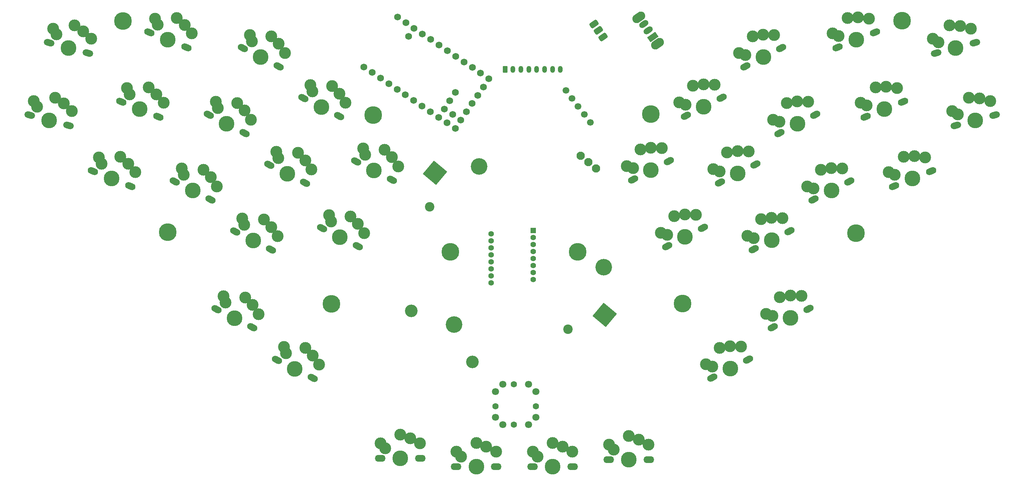
<source format=gbr>
%TF.GenerationSoftware,KiCad,Pcbnew,(6.0.4)*%
%TF.CreationDate,2022-12-18T06:26:38+01:00*%
%TF.ProjectId,BatreeqV2,42617472-6565-4715-9632-2e6b69636164,rev?*%
%TF.SameCoordinates,Original*%
%TF.FileFunction,Soldermask,Top*%
%TF.FilePolarity,Negative*%
%FSLAX46Y46*%
G04 Gerber Fmt 4.6, Leading zero omitted, Abs format (unit mm)*
G04 Created by KiCad (PCBNEW (6.0.4)) date 2022-12-18 06:26:38*
%MOMM*%
%LPD*%
G01*
G04 APERTURE LIST*
G04 Aperture macros list*
%AMRoundRect*
0 Rectangle with rounded corners*
0 $1 Rounding radius*
0 $2 $3 $4 $5 $6 $7 $8 $9 X,Y pos of 4 corners*
0 Add a 4 corners polygon primitive as box body*
4,1,4,$2,$3,$4,$5,$6,$7,$8,$9,$2,$3,0*
0 Add four circle primitives for the rounded corners*
1,1,$1+$1,$2,$3*
1,1,$1+$1,$4,$5*
1,1,$1+$1,$6,$7*
1,1,$1+$1,$8,$9*
0 Add four rect primitives between the rounded corners*
20,1,$1+$1,$2,$3,$4,$5,0*
20,1,$1+$1,$4,$5,$6,$7,0*
20,1,$1+$1,$6,$7,$8,$9,0*
20,1,$1+$1,$8,$9,$2,$3,0*%
%AMHorizOval*
0 Thick line with rounded ends*
0 $1 width*
0 $2 $3 position (X,Y) of the first rounded end (center of the circle)*
0 $4 $5 position (X,Y) of the second rounded end (center of the circle)*
0 Add line between two ends*
20,1,$1,$2,$3,$4,$5,0*
0 Add two circle primitives to create the rounded ends*
1,1,$1,$2,$3*
1,1,$1,$4,$5*%
%AMRotRect*
0 Rectangle, with rotation*
0 The origin of the aperture is its center*
0 $1 length*
0 $2 width*
0 $3 Rotation angle, in degrees counterclockwise*
0 Add horizontal line*
21,1,$1,$2,0,0,$3*%
G04 Aperture macros list end*
%ADD10C,1.752600*%
%ADD11C,3.000000*%
%ADD12HorizOval,1.701800X0.482963X-0.129410X-0.482963X0.129410X0*%
%ADD13C,3.987800*%
%ADD14HorizOval,1.701800X0.445503X0.226995X-0.445503X-0.226995X0*%
%ADD15C,4.500000*%
%ADD16HorizOval,1.701800X0.482963X0.129410X-0.482963X-0.129410X0*%
%ADD17RoundRect,0.375000X0.829455X0.123000X0.399273X0.737364X-0.829455X-0.123000X-0.399273X-0.737364X0*%
%ADD18HorizOval,1.701800X0.445503X-0.226995X-0.445503X0.226995X0*%
%ADD19O,2.701800X1.701800*%
%ADD20HorizOval,1.701800X0.463592X0.187303X-0.463592X-0.187303X0*%
%ADD21C,3.200000*%
%ADD22C,4.200000*%
%ADD23C,2.400000*%
%ADD24C,2.100000*%
%ADD25RotRect,4.400000X4.400000X140.000000*%
%ADD26HorizOval,1.701800X0.463592X-0.187303X-0.463592X0.187303X0*%
%ADD27C,1.600000*%
%ADD28C,1.800000*%
%ADD29C,1.700000*%
%ADD30HorizOval,1.700000X0.000000X0.000000X0.000000X0.000000X0*%
%ADD31HorizOval,2.200000X0.532449X0.372825X-0.532449X-0.372825X0*%
%ADD32RotRect,1.500000X2.500000X125.000000*%
%ADD33HorizOval,1.500000X0.409576X0.286788X-0.409576X-0.286788X0*%
%ADD34R,1.400000X1.400000*%
%ADD35C,1.400000*%
%ADD36RoundRect,0.250000X-0.350000X-0.625000X0.350000X-0.625000X0.350000X0.625000X-0.350000X0.625000X0*%
%ADD37O,1.200000X1.750000*%
G04 APERTURE END LIST*
D10*
%TO.C,U1*%
X112519960Y-51428247D03*
X114625716Y-52848597D03*
X116731471Y-54268947D03*
X118837226Y-55689297D03*
X120942982Y-57109647D03*
X123048737Y-58529997D03*
X125154493Y-59950347D03*
X127260248Y-61370697D03*
X129366004Y-62791047D03*
X131471759Y-64211397D03*
X133577515Y-65631747D03*
X135694454Y-67035516D03*
X144205370Y-54417565D03*
X142099614Y-52997215D03*
X139993859Y-51576865D03*
X137888104Y-50156515D03*
X135782348Y-48736165D03*
X133676593Y-47315815D03*
X131570837Y-45895465D03*
X129465082Y-44475115D03*
X127359326Y-43054765D03*
X125253571Y-41634415D03*
X123147815Y-40214065D03*
X121042060Y-38793715D03*
X137103620Y-64946342D03*
X132880925Y-62122223D03*
X138523970Y-62840586D03*
X134301275Y-60016467D03*
X139944320Y-60734831D03*
X135721625Y-57910712D03*
X141364670Y-58629075D03*
X142785020Y-56523320D03*
X134997865Y-63525992D03*
X123855589Y-43707009D03*
%TD*%
D11*
%TO.C,SW7*%
X38532015Y-62655336D03*
D12*
X37638717Y-66298264D03*
D11*
X34274973Y-59233633D03*
D13*
X32735000Y-64980892D03*
D12*
X27825936Y-63664836D03*
D11*
X28875942Y-60064576D03*
X29709037Y-61543911D03*
X36500066Y-60733960D03*
%TD*%
%TO.C,SW26*%
X217940329Y-109855355D03*
D14*
X225167238Y-112854614D03*
D11*
X214484076Y-114085522D03*
X216093054Y-114627433D03*
D14*
X216112814Y-117463628D03*
D13*
X220641572Y-115156844D03*
D11*
X220597810Y-109481437D03*
X223393493Y-109549659D03*
%TD*%
D15*
%TO.C,H10*%
X166734908Y-98343640D03*
%TD*%
D11*
%TO.C,SW34*%
X263630792Y-41065710D03*
X266351199Y-41713697D03*
X256693414Y-44298069D03*
D13*
X262493615Y-46626194D03*
D16*
X267399044Y-45315213D03*
D11*
X260953641Y-40878936D03*
D16*
X257584213Y-47940989D03*
D11*
X258154563Y-45162663D03*
%TD*%
D15*
%TO.C,H8*%
X248908639Y-39721893D03*
%TD*%
D17*
%TO.C,J4*%
X170829226Y-40542424D03*
X171976379Y-42180728D03*
X173123532Y-43819032D03*
%TD*%
D15*
%TO.C,H9*%
X134476906Y-98343643D03*
%TD*%
D11*
%TO.C,SW21*%
X200820388Y-127485530D03*
X202667663Y-122713452D03*
D14*
X209894572Y-125712711D03*
X200840148Y-130321725D03*
D11*
X205325144Y-122339534D03*
X199211410Y-126943619D03*
X208120827Y-122407756D03*
D13*
X205368906Y-128014941D03*
%TD*%
%TO.C,SW25*%
X207260239Y-78469120D03*
D11*
X207216477Y-72793713D03*
X202711721Y-77939709D03*
D14*
X202731481Y-80775904D03*
D11*
X210012160Y-72861935D03*
X201102743Y-77397798D03*
X204558996Y-73167631D03*
D14*
X211785905Y-76166890D03*
%TD*%
D11*
%TO.C,SW4*%
X90948604Y-45580080D03*
X84137577Y-44960397D03*
X89084070Y-43649916D03*
X92536673Y-47881935D03*
D18*
X81854661Y-46643456D03*
D11*
X83630258Y-43340179D03*
D13*
X86382827Y-48951405D03*
D18*
X90905489Y-51259529D03*
%TD*%
D11*
%TO.C,SW8*%
X104432188Y-56314536D03*
D13*
X101730945Y-61616025D03*
D11*
X106296722Y-58244700D03*
D18*
X97202779Y-59308076D03*
D11*
X98978376Y-56004799D03*
X107884791Y-60546555D03*
X99485695Y-57625017D03*
D18*
X106253607Y-63924149D03*
%TD*%
D19*
%TO.C,SW22*%
X165408495Y-152876948D03*
D13*
X160330907Y-152873640D03*
D11*
X155330907Y-149123641D03*
X160330907Y-146923640D03*
X162868495Y-147796948D03*
X156518495Y-150336948D03*
X165328495Y-149126948D03*
D19*
X155248495Y-152872987D03*
%TD*%
D15*
%TO.C,H3*%
X193259713Y-111485617D03*
%TD*%
D19*
%TO.C,SW27*%
X184712498Y-151098949D03*
D11*
X182172498Y-146018949D03*
X184632498Y-147348949D03*
X174634910Y-147345642D03*
X179634910Y-145145641D03*
D13*
X179634910Y-151095641D03*
D11*
X175822498Y-148558949D03*
D19*
X174552498Y-151094988D03*
%TD*%
D11*
%TO.C,SW33*%
X247665582Y-56803964D03*
X238394741Y-60546060D03*
X244886482Y-56492341D03*
X239950366Y-61226140D03*
D20*
X249144531Y-60250935D03*
D11*
X242206525Y-56633221D03*
D13*
X244435434Y-62149965D03*
D20*
X239722859Y-64053265D03*
%TD*%
D15*
%TO.C,H6*%
X114864907Y-63673641D03*
%TD*%
D11*
%TO.C,SW16*%
X92243895Y-122479748D03*
X97697707Y-122789485D03*
X101150310Y-127021504D03*
X92751214Y-124099966D03*
X99562241Y-124719649D03*
D18*
X99519126Y-130399098D03*
X90468298Y-125783025D03*
D13*
X94996464Y-128090974D03*
%TD*%
D11*
%TO.C,SW28*%
X209223060Y-48425055D03*
X211070335Y-43652977D03*
X216523499Y-43347281D03*
D13*
X213771578Y-48954466D03*
D11*
X207614082Y-47883144D03*
D14*
X218297244Y-46652236D03*
D11*
X213727816Y-43279059D03*
D14*
X209242820Y-51261250D03*
%TD*%
D18*
%TO.C,SW5*%
X82279673Y-68188650D03*
D11*
X75004442Y-60269300D03*
X80458254Y-60579037D03*
X83910857Y-64811056D03*
X75511761Y-61889518D03*
D13*
X77757011Y-65880526D03*
D18*
X73228845Y-63572577D03*
D11*
X82322788Y-62509201D03*
%TD*%
D21*
%TO.C,SW36*%
X124573616Y-113347381D03*
D22*
X135341572Y-116836940D03*
D23*
X129155305Y-86958907D03*
D21*
X140036954Y-126323059D03*
D23*
X164239605Y-118007960D03*
D22*
X173331794Y-102264300D03*
X141711239Y-76655648D03*
D24*
X171329649Y-77215278D03*
X167499427Y-74001340D03*
X169414538Y-75608309D03*
D25*
X173551222Y-114386842D03*
X130524117Y-78285803D03*
%TD*%
D18*
%TO.C,SW15*%
X79951139Y-93166326D03*
D11*
X87180548Y-90172786D03*
X90633151Y-94404805D03*
D13*
X84479305Y-95474275D03*
D11*
X82234055Y-91483267D03*
X89045082Y-92102950D03*
X81726736Y-89863049D03*
D18*
X89001967Y-97782399D03*
%TD*%
D16*
%TO.C,SW31*%
X262510438Y-66301034D03*
X272325269Y-63675258D03*
D11*
X268557017Y-59425755D03*
X265879866Y-59238981D03*
X263080788Y-63522708D03*
D13*
X267419840Y-64986239D03*
D11*
X271277424Y-60073742D03*
X261619639Y-62658114D03*
%TD*%
D15*
%TO.C,H2*%
X104297587Y-111597682D03*
%TD*%
D11*
%TO.C,SW23*%
X228321973Y-77511224D03*
X233775137Y-77205528D03*
X224865720Y-81741391D03*
D14*
X226494458Y-85119497D03*
D11*
X226474698Y-82283302D03*
X230979454Y-77137306D03*
D13*
X231023216Y-82812713D03*
D14*
X235548882Y-80510483D03*
%TD*%
D11*
%TO.C,SW6*%
X52856366Y-76006200D03*
X46017248Y-75982495D03*
X50830703Y-74245885D03*
D13*
X48601794Y-79762629D03*
D26*
X53308412Y-81667794D03*
D11*
X54639012Y-78160887D03*
X45370649Y-74412658D03*
D26*
X43889708Y-77858119D03*
%TD*%
D11*
%TO.C,SW12*%
X117912909Y-148216950D03*
X121725321Y-144803642D03*
X116725321Y-147003643D03*
D13*
X121725321Y-150753642D03*
D11*
X126722909Y-147006950D03*
D19*
X116642909Y-150752989D03*
D11*
X124262909Y-145676950D03*
D19*
X126802909Y-150756950D03*
%TD*%
D11*
%TO.C,SW1*%
X68874063Y-42927901D03*
X67091417Y-40773214D03*
D13*
X62836845Y-44529643D03*
D26*
X67543463Y-46434808D03*
X58124759Y-42625133D03*
D11*
X65065754Y-39012899D03*
X59605700Y-39179672D03*
X60252299Y-40749509D03*
%TD*%
%TO.C,SW11*%
X82425037Y-109931381D03*
X76971225Y-109621644D03*
D13*
X79723794Y-115232870D03*
D11*
X77478544Y-111241862D03*
D18*
X75195628Y-112924921D03*
D11*
X85877640Y-114163400D03*
X84289571Y-111861545D03*
D18*
X84246456Y-117540994D03*
%TD*%
D27*
%TO.C,HAT1*%
X150549563Y-131944562D03*
D28*
X145849563Y-133844562D03*
X154249563Y-142244562D03*
D27*
X145849563Y-137544562D03*
X150549563Y-142244562D03*
D28*
X145849563Y-140344562D03*
X147749563Y-131944562D03*
X156149563Y-140344562D03*
X147749563Y-142244562D03*
D27*
X156149563Y-137544562D03*
D28*
X156149563Y-133844562D03*
X154249563Y-131944562D03*
%TD*%
D14*
%TO.C,SW19*%
X198434307Y-92284581D03*
D11*
X187751145Y-93515489D03*
X191207398Y-89285322D03*
X193864879Y-88911404D03*
D14*
X189379883Y-96893595D03*
D13*
X193908641Y-94586811D03*
D11*
X189360123Y-94057400D03*
X196660562Y-88979626D03*
%TD*%
D13*
%TO.C,SW3*%
X37645053Y-46610499D03*
D11*
X39185026Y-40863240D03*
X33785995Y-41694183D03*
D12*
X42548770Y-47927871D03*
D11*
X41410119Y-42363567D03*
X43442068Y-44284943D03*
D12*
X32735989Y-45294443D03*
D11*
X34619090Y-43173518D03*
%TD*%
%TO.C,SW10*%
X75285033Y-81740182D03*
D18*
X73653849Y-85117776D03*
D13*
X69131187Y-82809652D03*
D18*
X64603021Y-80501703D03*
D11*
X66378618Y-77198426D03*
X66885937Y-78818644D03*
X71832430Y-77508163D03*
X73696964Y-79438327D03*
%TD*%
D20*
%TO.C,SW32*%
X232605337Y-46436773D03*
D11*
X235089003Y-39016729D03*
X231277219Y-42929568D03*
X232832844Y-43609648D03*
D20*
X242027009Y-42634443D03*
D11*
X237768960Y-38875849D03*
X240548060Y-39187472D03*
D13*
X237317912Y-44533473D03*
%TD*%
D18*
%TO.C,SW9*%
X97627785Y-80853274D03*
D11*
X99258969Y-77475680D03*
X90352554Y-72933924D03*
D18*
X88576957Y-76237201D03*
D13*
X93105123Y-78545150D03*
D11*
X95806366Y-73243661D03*
X97670900Y-75173825D03*
X90859873Y-74554142D03*
%TD*%
%TO.C,SW13*%
X121236391Y-76664250D03*
X119648322Y-74362395D03*
D18*
X110554379Y-75425771D03*
X119605207Y-80041844D03*
D11*
X117783788Y-72432231D03*
X112329976Y-72122494D03*
X112837295Y-73742712D03*
D13*
X115082545Y-77733720D03*
%TD*%
D11*
%TO.C,SW18*%
X188034744Y-72050500D03*
D14*
X180754065Y-79964469D03*
X189808489Y-75355455D03*
D11*
X179125327Y-76586363D03*
X185239061Y-71982278D03*
D13*
X185282823Y-77657685D03*
D11*
X180734305Y-77128274D03*
X182581580Y-72356196D03*
%TD*%
D15*
%TO.C,H1*%
X62794908Y-93391642D03*
%TD*%
D11*
%TO.C,SW24*%
X192476930Y-60468673D03*
D14*
X203160092Y-59237765D03*
D11*
X194085908Y-61010584D03*
X201386347Y-55932810D03*
D14*
X194105668Y-63846779D03*
D11*
X195933183Y-56238506D03*
X198590664Y-55864588D03*
D13*
X198634426Y-61539995D03*
%TD*%
D11*
%TO.C,SW17*%
X143542907Y-147793641D03*
X136005319Y-149120334D03*
D13*
X141005319Y-152870333D03*
D19*
X146082907Y-152873641D03*
X135922907Y-152869680D03*
D11*
X137192907Y-150333641D03*
X141005319Y-146920333D03*
X146002907Y-149123641D03*
%TD*%
D15*
%TO.C,H7*%
X185222906Y-63419643D03*
%TD*%
D29*
%TO.C,U5*%
X163766534Y-57381373D03*
D30*
X165295145Y-59409907D03*
X166823755Y-61438441D03*
X168352365Y-63466975D03*
X169880975Y-65495510D03*
%TD*%
D31*
%TO.C,SW37*%
X182237236Y-38810517D03*
X186940563Y-45527563D03*
D32*
X185736052Y-43807344D03*
D33*
X184588899Y-42169040D03*
X183441746Y-40530736D03*
%TD*%
D14*
%TO.C,SW29*%
X226923066Y-63581361D03*
D11*
X217848882Y-65354180D03*
D13*
X222397400Y-65883591D03*
D11*
X216239904Y-64812269D03*
X222353638Y-60208184D03*
X219696157Y-60582102D03*
D14*
X217868642Y-68190375D03*
D11*
X225149321Y-60276406D03*
%TD*%
%TO.C,SW30*%
X252004007Y-74108837D03*
X249324050Y-74249717D03*
D13*
X251552959Y-79766461D03*
D20*
X256262056Y-77867431D03*
D11*
X247067891Y-78842636D03*
D20*
X246840384Y-81669761D03*
D11*
X254783107Y-74420460D03*
X245512266Y-78162556D03*
%TD*%
%TO.C,SW2*%
X59974182Y-58390116D03*
D13*
X55719610Y-62146545D03*
D11*
X57948519Y-56629801D03*
X52488465Y-56796574D03*
X53135064Y-58366411D03*
X61756828Y-60544803D03*
D26*
X51007524Y-60242035D03*
X60426228Y-64051710D03*
%TD*%
D15*
%TO.C,H5*%
X51458230Y-39784918D03*
%TD*%
D13*
%TO.C,SW20*%
X215886061Y-95398247D03*
D11*
X213184818Y-90096758D03*
D14*
X211357303Y-97705031D03*
D11*
X211337543Y-94868836D03*
X218637982Y-89791062D03*
X215842299Y-89722840D03*
X209728565Y-94326925D03*
D14*
X220411727Y-93096017D03*
%TD*%
D11*
%TO.C,SW14*%
X109157966Y-89361352D03*
X103704154Y-89051615D03*
D18*
X101928557Y-92354892D03*
D13*
X106456723Y-94662841D03*
D11*
X104211473Y-90671833D03*
X112610569Y-93593371D03*
D18*
X110979385Y-96970965D03*
D11*
X111022500Y-91291516D03*
%TD*%
D15*
%TO.C,H4*%
X237253561Y-93645639D03*
%TD*%
D34*
%TO.C,U4*%
X155480910Y-92929642D03*
D35*
X155480910Y-94709642D03*
X155480910Y-96489642D03*
X155480910Y-98269642D03*
X155480910Y-100049642D03*
X155480910Y-101829642D03*
X155480910Y-103609642D03*
X155480910Y-105389642D03*
X144780910Y-106279642D03*
X144780910Y-104499642D03*
X144780910Y-102719642D03*
X144780910Y-100939642D03*
X144780910Y-99159642D03*
X144780910Y-97379642D03*
X144780910Y-95599642D03*
X144780910Y-93819642D03*
%TD*%
D36*
%TO.C,J3*%
X148317564Y-52041565D03*
D37*
X150317564Y-52041565D03*
X152317564Y-52041565D03*
X154317564Y-52041565D03*
X156317564Y-52041565D03*
X158317564Y-52041565D03*
X160317564Y-52041565D03*
X162317564Y-52041565D03*
%TD*%
M02*

</source>
